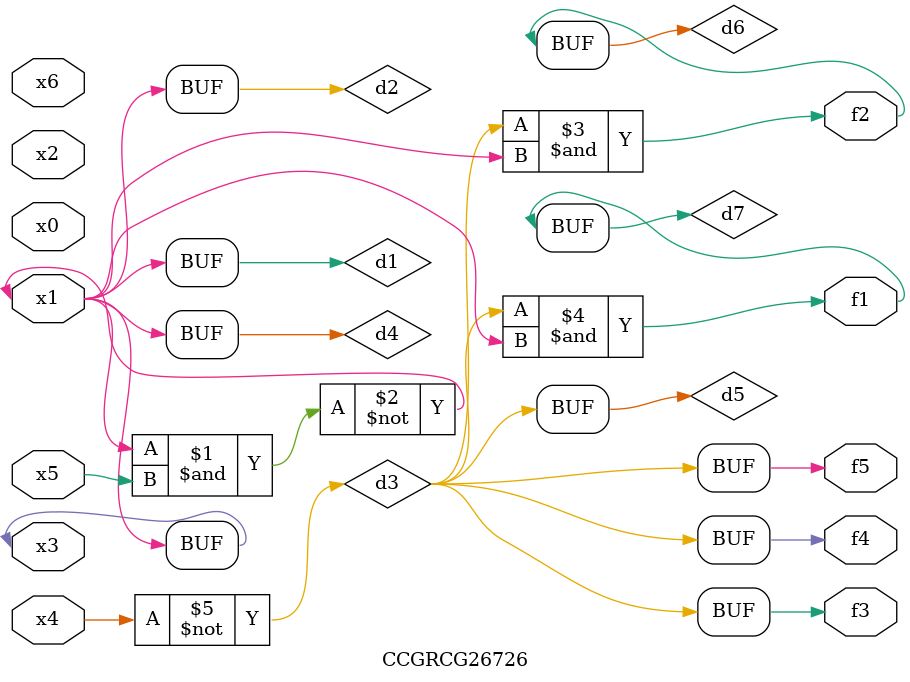
<source format=v>
module CCGRCG26726(
	input x0, x1, x2, x3, x4, x5, x6,
	output f1, f2, f3, f4, f5
);

	wire d1, d2, d3, d4, d5, d6, d7;

	buf (d1, x1, x3);
	nand (d2, x1, x5);
	not (d3, x4);
	buf (d4, d1, d2);
	buf (d5, d3);
	and (d6, d3, d4);
	and (d7, d3, d4);
	assign f1 = d7;
	assign f2 = d6;
	assign f3 = d5;
	assign f4 = d5;
	assign f5 = d5;
endmodule

</source>
